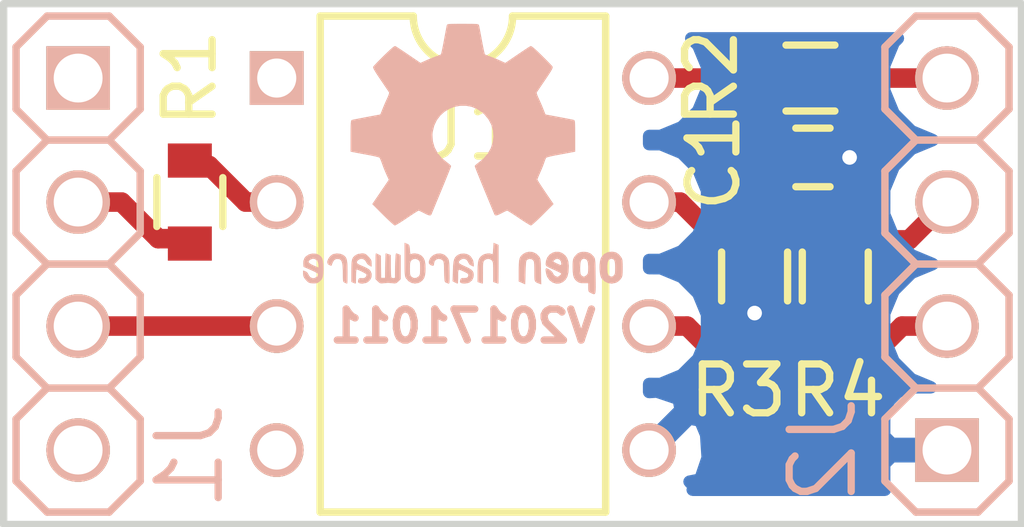
<source format=kicad_pcb>
(kicad_pcb (version 4) (host pcbnew 4.0.7-e2-6376~58~ubuntu17.04.1)

  (general
    (links 13)
    (no_connects 0)
    (area 133.60019 94.505714 161.184 112.162)
    (thickness 1.6)
    (drawings 5)
    (tracks 30)
    (zones 0)
    (modules 9)
    (nets 14)
  )

  (page A4)
  (layers
    (0 F.Cu signal)
    (31 B.Cu signal)
    (32 B.Adhes user)
    (33 F.Adhes user)
    (34 B.Paste user)
    (35 F.Paste user)
    (36 B.SilkS user)
    (37 F.SilkS user)
    (38 B.Mask user)
    (39 F.Mask user)
    (40 Dwgs.User user)
    (41 Cmts.User user)
    (42 Eco1.User user)
    (43 Eco2.User user)
    (44 Edge.Cuts user)
    (45 Margin user)
    (46 B.CrtYd user)
    (47 F.CrtYd user)
    (48 B.Fab user)
    (49 F.Fab user)
  )

  (setup
    (last_trace_width 0.4)
    (user_trace_width 0.3)
    (user_trace_width 0.4)
    (user_trace_width 0.6)
    (user_trace_width 0.8)
    (user_trace_width 1)
    (user_trace_width 1.5)
    (user_trace_width 2.1)
    (trace_clearance 0.2)
    (zone_clearance 0.508)
    (zone_45_only no)
    (trace_min 0.2)
    (segment_width 0.2)
    (edge_width 0.15)
    (via_size 0.6)
    (via_drill 0.4)
    (via_min_size 0.4)
    (via_min_drill 0.3)
    (user_via 0.5 0.3)
    (user_via 0.6 0.4)
    (user_via 0.8 0.6)
    (user_via 1 0.8)
    (user_via 1.2 1)
    (user_via 1.8 1.5)
    (user_via 2.4 2.1)
    (uvia_size 0.3)
    (uvia_drill 0.1)
    (uvias_allowed no)
    (uvia_min_size 0.2)
    (uvia_min_drill 0.1)
    (pcb_text_width 0.3)
    (pcb_text_size 1.5 1.5)
    (mod_edge_width 0.15)
    (mod_text_size 1 1)
    (mod_text_width 0.15)
    (pad_size 1.524 1.524)
    (pad_drill 0.762)
    (pad_to_mask_clearance 0.1)
    (aux_axis_origin 0 0)
    (visible_elements FFFFFF7F)
    (pcbplotparams
      (layerselection 0x00030_80000001)
      (usegerberextensions false)
      (excludeedgelayer true)
      (linewidth 0.100000)
      (plotframeref false)
      (viasonmask false)
      (mode 1)
      (useauxorigin false)
      (hpglpennumber 1)
      (hpglpenspeed 20)
      (hpglpendiameter 15)
      (hpglpenoverlay 2)
      (psnegative false)
      (psa4output false)
      (plotreference true)
      (plotvalue true)
      (plotinvisibletext false)
      (padsonsilk false)
      (subtractmaskfromsilk false)
      (outputformat 1)
      (mirror false)
      (drillshape 1)
      (scaleselection 1)
      (outputdirectory ""))
  )

  (net 0 "")
  (net 1 "Net-(C1-Pad1)")
  (net 2 GND)
  (net 3 "Net-(J1-Pad2)")
  (net 4 "Net-(J1-Pad3)")
  (net 5 "Net-(J2-Pad2)")
  (net 6 "Net-(J2-Pad3)")
  (net 7 VCC)
  (net 8 "Net-(R1-Pad1)")
  (net 9 "Net-(R3-Pad2)")
  (net 10 "Net-(J1-Pad1)")
  (net 11 "Net-(J1-Pad4)")
  (net 12 "Net-(U1-Pad1)")
  (net 13 "Net-(U1-Pad4)")

  (net_class Default "This is the default net class."
    (clearance 0.2)
    (trace_width 0.25)
    (via_dia 0.6)
    (via_drill 0.4)
    (uvia_dia 0.3)
    (uvia_drill 0.1)
    (add_net GND)
    (add_net "Net-(C1-Pad1)")
    (add_net "Net-(J1-Pad1)")
    (add_net "Net-(J1-Pad2)")
    (add_net "Net-(J1-Pad3)")
    (add_net "Net-(J1-Pad4)")
    (add_net "Net-(J2-Pad2)")
    (add_net "Net-(J2-Pad3)")
    (add_net "Net-(R1-Pad1)")
    (add_net "Net-(R3-Pad2)")
    (add_net "Net-(U1-Pad1)")
    (add_net "Net-(U1-Pad4)")
    (add_net VCC)
  )

  (module SquantorIC:DIL08_0.8 (layer F.Cu) (tedit 59D53D2A) (tstamp 5853CAE5)
    (at 147.574 106.68 270)
    (descr "DUAL IN LINE PACKAGE")
    (tags "DUAL IN LINE PACKAGE")
    (path /58530E4D)
    (attr virtual)
    (fp_text reference U1 (at -2.794 0 360) (layer F.SilkS)
      (effects (font (size 1.27 1.27) (thickness 0.15)))
    )
    (fp_text value 6N139 (at -8.89 -0.127 270) (layer F.Fab) hide
      (effects (font (size 1.27 1.27) (thickness 0.15)))
    )
    (fp_line (start 5.08 -2.921) (end -5.08 -2.921) (layer F.SilkS) (width 0.1524))
    (fp_line (start -5.08 2.921) (end 5.08 2.921) (layer F.SilkS) (width 0.1524))
    (fp_line (start 5.08 -2.921) (end 5.08 2.921) (layer F.SilkS) (width 0.1524))
    (fp_line (start -5.08 -2.921) (end -5.08 -1.016) (layer F.SilkS) (width 0.1524))
    (fp_line (start -5.08 2.921) (end -5.08 1.016) (layer F.SilkS) (width 0.1524))
    (fp_arc (start -5.08 0) (end -5.08 -1.016) (angle 180) (layer F.SilkS) (width 0.1524))
    (pad 1 thru_hole rect (at -3.81 3.81 90) (size 1.1 1.1) (drill 0.8) (layers *.Cu *.Paste *.SilkS *.Mask)
      (net 12 "Net-(U1-Pad1)"))
    (pad 2 thru_hole circle (at -1.27 3.81 90) (size 1.1 1.1) (drill 0.8) (layers *.Cu *.Paste *.SilkS *.Mask)
      (net 8 "Net-(R1-Pad1)"))
    (pad 3 thru_hole circle (at 1.27 3.81 90) (size 1.1 1.1) (drill 0.8) (layers *.Cu *.Paste *.SilkS *.Mask)
      (net 4 "Net-(J1-Pad3)"))
    (pad 4 thru_hole circle (at 3.81 3.81 90) (size 1.1 1.1) (drill 0.8) (layers *.Cu *.Paste *.SilkS *.Mask)
      (net 13 "Net-(U1-Pad4)"))
    (pad 5 thru_hole circle (at 3.81 -3.81 90) (size 1.1 1.1) (drill 0.8) (layers *.Cu *.Paste *.SilkS *.Mask)
      (net 2 GND))
    (pad 6 thru_hole circle (at 1.27 -3.81 90) (size 1.1 1.1) (drill 0.8) (layers *.Cu *.Paste *.SilkS *.Mask)
      (net 5 "Net-(J2-Pad2)"))
    (pad 7 thru_hole circle (at -1.27 -3.81 90) (size 1.1 1.1) (drill 0.8) (layers *.Cu *.Paste *.SilkS *.Mask)
      (net 9 "Net-(R3-Pad2)"))
    (pad 8 thru_hole circle (at -3.81 -3.81 90) (size 1.1 1.1) (drill 0.8) (layers *.Cu *.Paste *.SilkS *.Mask)
      (net 1 "Net-(C1-Pad1)"))
  )

  (module SquantorConnectors:Header-2.54-1X04-H1.0 locked (layer B.Cu) (tedit 59D53DE8) (tstamp 5853CABB)
    (at 157.48 106.68 90)
    (descr "PIN HEADER")
    (tags "PIN HEADER")
    (path /58531CAF)
    (attr virtual)
    (fp_text reference J2 (at -3.81 -2.54 270) (layer B.SilkS)
      (effects (font (size 1.27 1.27) (thickness 0.15)) (justify mirror))
    )
    (fp_text value PINS_1X4 (at 0 -2.413 90) (layer B.Fab) hide
      (effects (font (size 1.27 1.27) (thickness 0.15)) (justify mirror))
    )
    (fp_line (start 0 0.635) (end 0.635 1.27) (layer B.SilkS) (width 0.1524))
    (fp_line (start 0.635 1.27) (end 1.905 1.27) (layer B.SilkS) (width 0.1524))
    (fp_line (start 1.905 1.27) (end 2.54 0.635) (layer B.SilkS) (width 0.1524))
    (fp_line (start 2.54 0.635) (end 2.54 -0.635) (layer B.SilkS) (width 0.1524))
    (fp_line (start 2.54 -0.635) (end 1.905 -1.27) (layer B.SilkS) (width 0.1524))
    (fp_line (start 1.905 -1.27) (end 0.635 -1.27) (layer B.SilkS) (width 0.1524))
    (fp_line (start 0.635 -1.27) (end 0 -0.635) (layer B.SilkS) (width 0.1524))
    (fp_line (start -4.445 1.27) (end -3.175 1.27) (layer B.SilkS) (width 0.1524))
    (fp_line (start -3.175 1.27) (end -2.54 0.635) (layer B.SilkS) (width 0.1524))
    (fp_line (start -2.54 0.635) (end -2.54 -0.635) (layer B.SilkS) (width 0.1524))
    (fp_line (start -2.54 -0.635) (end -3.175 -1.27) (layer B.SilkS) (width 0.1524))
    (fp_line (start -2.54 0.635) (end -1.905 1.27) (layer B.SilkS) (width 0.1524))
    (fp_line (start -1.905 1.27) (end -0.635 1.27) (layer B.SilkS) (width 0.1524))
    (fp_line (start -0.635 1.27) (end 0 0.635) (layer B.SilkS) (width 0.1524))
    (fp_line (start 0 0.635) (end 0 -0.635) (layer B.SilkS) (width 0.1524))
    (fp_line (start 0 -0.635) (end -0.635 -1.27) (layer B.SilkS) (width 0.1524))
    (fp_line (start -0.635 -1.27) (end -1.905 -1.27) (layer B.SilkS) (width 0.1524))
    (fp_line (start -1.905 -1.27) (end -2.54 -0.635) (layer B.SilkS) (width 0.1524))
    (fp_line (start -5.08 0.635) (end -5.08 -0.635) (layer B.SilkS) (width 0.1524))
    (fp_line (start -4.445 1.27) (end -5.08 0.635) (layer B.SilkS) (width 0.1524))
    (fp_line (start -5.08 -0.635) (end -4.445 -1.27) (layer B.SilkS) (width 0.1524))
    (fp_line (start -3.175 -1.27) (end -4.445 -1.27) (layer B.SilkS) (width 0.1524))
    (fp_line (start 3.175 1.27) (end 4.445 1.27) (layer B.SilkS) (width 0.1524))
    (fp_line (start 4.445 1.27) (end 5.08 0.635) (layer B.SilkS) (width 0.1524))
    (fp_line (start 5.08 0.635) (end 5.08 -0.635) (layer B.SilkS) (width 0.1524))
    (fp_line (start 5.08 -0.635) (end 4.445 -1.27) (layer B.SilkS) (width 0.1524))
    (fp_line (start 3.175 1.27) (end 2.54 0.635) (layer B.SilkS) (width 0.1524))
    (fp_line (start 2.54 -0.635) (end 3.175 -1.27) (layer B.SilkS) (width 0.1524))
    (fp_line (start 4.445 -1.27) (end 3.175 -1.27) (layer B.SilkS) (width 0.1524))
    (pad 1 thru_hole rect (at -3.81 0 270) (size 1.3 1.3) (drill 1) (layers *.Cu *.Paste *.SilkS *.Mask)
      (net 2 GND))
    (pad 2 thru_hole circle (at -1.27 0 270) (size 1.3 1.3) (drill 1) (layers *.Cu *.Paste *.SilkS *.Mask)
      (net 5 "Net-(J2-Pad2)"))
    (pad 3 thru_hole circle (at 1.27 0 270) (size 1.3 1.3) (drill 1) (layers *.Cu *.Paste *.SilkS *.Mask)
      (net 6 "Net-(J2-Pad3)"))
    (pad 4 thru_hole circle (at 3.81 0 270) (size 1.3 1.3) (drill 1) (layers *.Cu *.Paste *.SilkS *.Mask)
      (net 7 VCC))
  )

  (module SquantorConnectors:Header-2.54-1X04-H1.0 locked (layer B.Cu) (tedit 59D53DEB) (tstamp 5853CA96)
    (at 139.7 106.68 270)
    (descr "PIN HEADER")
    (tags "PIN HEADER")
    (path /58530FED)
    (attr virtual)
    (fp_text reference J1 (at 3.937 -2.286 270) (layer B.SilkS)
      (effects (font (size 1.27 1.27) (thickness 0.15)) (justify mirror))
    )
    (fp_text value PINS_1X4 (at 0 -2.667 270) (layer B.Fab) hide
      (effects (font (size 1.27 1.27) (thickness 0.15)) (justify mirror))
    )
    (fp_line (start 0 0.635) (end 0.635 1.27) (layer B.SilkS) (width 0.1524))
    (fp_line (start 0.635 1.27) (end 1.905 1.27) (layer B.SilkS) (width 0.1524))
    (fp_line (start 1.905 1.27) (end 2.54 0.635) (layer B.SilkS) (width 0.1524))
    (fp_line (start 2.54 0.635) (end 2.54 -0.635) (layer B.SilkS) (width 0.1524))
    (fp_line (start 2.54 -0.635) (end 1.905 -1.27) (layer B.SilkS) (width 0.1524))
    (fp_line (start 1.905 -1.27) (end 0.635 -1.27) (layer B.SilkS) (width 0.1524))
    (fp_line (start 0.635 -1.27) (end 0 -0.635) (layer B.SilkS) (width 0.1524))
    (fp_line (start -4.445 1.27) (end -3.175 1.27) (layer B.SilkS) (width 0.1524))
    (fp_line (start -3.175 1.27) (end -2.54 0.635) (layer B.SilkS) (width 0.1524))
    (fp_line (start -2.54 0.635) (end -2.54 -0.635) (layer B.SilkS) (width 0.1524))
    (fp_line (start -2.54 -0.635) (end -3.175 -1.27) (layer B.SilkS) (width 0.1524))
    (fp_line (start -2.54 0.635) (end -1.905 1.27) (layer B.SilkS) (width 0.1524))
    (fp_line (start -1.905 1.27) (end -0.635 1.27) (layer B.SilkS) (width 0.1524))
    (fp_line (start -0.635 1.27) (end 0 0.635) (layer B.SilkS) (width 0.1524))
    (fp_line (start 0 0.635) (end 0 -0.635) (layer B.SilkS) (width 0.1524))
    (fp_line (start 0 -0.635) (end -0.635 -1.27) (layer B.SilkS) (width 0.1524))
    (fp_line (start -0.635 -1.27) (end -1.905 -1.27) (layer B.SilkS) (width 0.1524))
    (fp_line (start -1.905 -1.27) (end -2.54 -0.635) (layer B.SilkS) (width 0.1524))
    (fp_line (start -5.08 0.635) (end -5.08 -0.635) (layer B.SilkS) (width 0.1524))
    (fp_line (start -4.445 1.27) (end -5.08 0.635) (layer B.SilkS) (width 0.1524))
    (fp_line (start -5.08 -0.635) (end -4.445 -1.27) (layer B.SilkS) (width 0.1524))
    (fp_line (start -3.175 -1.27) (end -4.445 -1.27) (layer B.SilkS) (width 0.1524))
    (fp_line (start 3.175 1.27) (end 4.445 1.27) (layer B.SilkS) (width 0.1524))
    (fp_line (start 4.445 1.27) (end 5.08 0.635) (layer B.SilkS) (width 0.1524))
    (fp_line (start 5.08 0.635) (end 5.08 -0.635) (layer B.SilkS) (width 0.1524))
    (fp_line (start 5.08 -0.635) (end 4.445 -1.27) (layer B.SilkS) (width 0.1524))
    (fp_line (start 3.175 1.27) (end 2.54 0.635) (layer B.SilkS) (width 0.1524))
    (fp_line (start 2.54 -0.635) (end 3.175 -1.27) (layer B.SilkS) (width 0.1524))
    (fp_line (start 4.445 -1.27) (end 3.175 -1.27) (layer B.SilkS) (width 0.1524))
    (pad 1 thru_hole rect (at -3.81 0 90) (size 1.3 1.3) (drill 1) (layers *.Cu *.Paste *.SilkS *.Mask)
      (net 10 "Net-(J1-Pad1)"))
    (pad 2 thru_hole circle (at -1.27 0 90) (size 1.3 1.3) (drill 1) (layers *.Cu *.Paste *.SilkS *.Mask)
      (net 3 "Net-(J1-Pad2)"))
    (pad 3 thru_hole circle (at 1.27 0 90) (size 1.3 1.3) (drill 1) (layers *.Cu *.Paste *.SilkS *.Mask)
      (net 4 "Net-(J1-Pad3)"))
    (pad 4 thru_hole circle (at 3.81 0 90) (size 1.3 1.3) (drill 1) (layers *.Cu *.Paste *.SilkS *.Mask)
      (net 11 "Net-(J1-Pad4)"))
  )

  (module Capacitors_SMD:C_0603 (layer F.Cu) (tedit 59D53D26) (tstamp 5853CA71)
    (at 154.7368 104.4956)
    (descr "Capacitor SMD 0603, reflow soldering, AVX (see smccp.pdf)")
    (tags "capacitor 0603")
    (path /58531416)
    (attr smd)
    (fp_text reference C1 (at -2.032 0.1016 90) (layer F.SilkS)
      (effects (font (size 1 1) (thickness 0.15)))
    )
    (fp_text value 100n (at 0 -4.826) (layer F.Fab) hide
      (effects (font (size 1 1) (thickness 0.15)))
    )
    (fp_line (start -0.8 0.4) (end -0.8 -0.4) (layer F.Fab) (width 0.15))
    (fp_line (start 0.8 0.4) (end -0.8 0.4) (layer F.Fab) (width 0.15))
    (fp_line (start 0.8 -0.4) (end 0.8 0.4) (layer F.Fab) (width 0.15))
    (fp_line (start -0.8 -0.4) (end 0.8 -0.4) (layer F.Fab) (width 0.15))
    (fp_line (start -1.45 -0.75) (end 1.45 -0.75) (layer F.CrtYd) (width 0.05))
    (fp_line (start -1.45 0.75) (end 1.45 0.75) (layer F.CrtYd) (width 0.05))
    (fp_line (start -1.45 -0.75) (end -1.45 0.75) (layer F.CrtYd) (width 0.05))
    (fp_line (start 1.45 -0.75) (end 1.45 0.75) (layer F.CrtYd) (width 0.05))
    (fp_line (start -0.35 -0.6) (end 0.35 -0.6) (layer F.SilkS) (width 0.15))
    (fp_line (start 0.35 0.6) (end -0.35 0.6) (layer F.SilkS) (width 0.15))
    (pad 1 smd rect (at -0.75 0) (size 0.8 0.75) (layers F.Cu F.Paste F.Mask)
      (net 1 "Net-(C1-Pad1)"))
    (pad 2 smd rect (at 0.75 0) (size 0.8 0.75) (layers F.Cu F.Paste F.Mask)
      (net 2 GND))
    (model Capacitors_SMD.3dshapes/C_0603.wrl
      (at (xyz 0 0 0))
      (scale (xyz 1 1 1))
      (rotate (xyz 0 0 0))
    )
  )

  (module Symbols:OSHW-Logo2_7.3x6mm_SilkScreen (layer B.Cu) (tedit 0) (tstamp 58585D36)
    (at 147.574 104.521 180)
    (descr "Open Source Hardware Symbol")
    (tags "Logo Symbol OSHW")
    (attr virtual)
    (fp_text reference REF*** (at 0 0 180) (layer B.SilkS) hide
      (effects (font (size 1 1) (thickness 0.15)) (justify mirror))
    )
    (fp_text value OSHW-Logo2_9.8x8mm_SilkScreen (at 0.75 0 180) (layer B.Fab) hide
      (effects (font (size 1 1) (thickness 0.15)) (justify mirror))
    )
    (fp_poly (pts (xy -2.400256 -1.919918) (xy -2.344799 -1.947568) (xy -2.295852 -1.99848) (xy -2.282371 -2.017338)
      (xy -2.267686 -2.042015) (xy -2.258158 -2.068816) (xy -2.252707 -2.104587) (xy -2.250253 -2.156169)
      (xy -2.249714 -2.224267) (xy -2.252148 -2.317588) (xy -2.260606 -2.387657) (xy -2.276826 -2.439931)
      (xy -2.302546 -2.479869) (xy -2.339503 -2.512929) (xy -2.342218 -2.514886) (xy -2.37864 -2.534908)
      (xy -2.422498 -2.544815) (xy -2.478276 -2.547257) (xy -2.568952 -2.547257) (xy -2.56899 -2.635283)
      (xy -2.569834 -2.684308) (xy -2.574976 -2.713065) (xy -2.588413 -2.730311) (xy -2.614142 -2.744808)
      (xy -2.620321 -2.747769) (xy -2.649236 -2.761648) (xy -2.671624 -2.770414) (xy -2.688271 -2.771171)
      (xy -2.699964 -2.761023) (xy -2.70749 -2.737073) (xy -2.711634 -2.696426) (xy -2.713185 -2.636186)
      (xy -2.712929 -2.553455) (xy -2.711651 -2.445339) (xy -2.711252 -2.413) (xy -2.709815 -2.301524)
      (xy -2.708528 -2.228603) (xy -2.569029 -2.228603) (xy -2.568245 -2.290499) (xy -2.56476 -2.330997)
      (xy -2.556876 -2.357708) (xy -2.542895 -2.378244) (xy -2.533403 -2.38826) (xy -2.494596 -2.417567)
      (xy -2.460237 -2.419952) (xy -2.424784 -2.39575) (xy -2.423886 -2.394857) (xy -2.409461 -2.376153)
      (xy -2.400687 -2.350732) (xy -2.396261 -2.311584) (xy -2.394882 -2.251697) (xy -2.394857 -2.23843)
      (xy -2.398188 -2.155901) (xy -2.409031 -2.098691) (xy -2.42866 -2.063766) (xy -2.45835 -2.048094)
      (xy -2.475509 -2.046514) (xy -2.516234 -2.053926) (xy -2.544168 -2.07833) (xy -2.560983 -2.12298)
      (xy -2.56835 -2.19113) (xy -2.569029 -2.228603) (xy -2.708528 -2.228603) (xy -2.708292 -2.215245)
      (xy -2.706323 -2.150333) (xy -2.70355 -2.102958) (xy -2.699612 -2.06929) (xy -2.694151 -2.045498)
      (xy -2.686808 -2.027753) (xy -2.677223 -2.012224) (xy -2.673113 -2.006381) (xy -2.618595 -1.951185)
      (xy -2.549664 -1.91989) (xy -2.469928 -1.911165) (xy -2.400256 -1.919918)) (layer B.SilkS) (width 0.01))
    (fp_poly (pts (xy -1.283907 -1.92778) (xy -1.237328 -1.954723) (xy -1.204943 -1.981466) (xy -1.181258 -2.009484)
      (xy -1.164941 -2.043748) (xy -1.154661 -2.089227) (xy -1.149086 -2.150892) (xy -1.146884 -2.233711)
      (xy -1.146629 -2.293246) (xy -1.146629 -2.512391) (xy -1.208314 -2.540044) (xy -1.27 -2.567697)
      (xy -1.277257 -2.32767) (xy -1.280256 -2.238028) (xy -1.283402 -2.172962) (xy -1.287299 -2.128026)
      (xy -1.292553 -2.09877) (xy -1.299769 -2.080748) (xy -1.30955 -2.069511) (xy -1.312688 -2.067079)
      (xy -1.360239 -2.048083) (xy -1.408303 -2.0556) (xy -1.436914 -2.075543) (xy -1.448553 -2.089675)
      (xy -1.456609 -2.10822) (xy -1.461729 -2.136334) (xy -1.464559 -2.179173) (xy -1.465744 -2.241895)
      (xy -1.465943 -2.307261) (xy -1.465982 -2.389268) (xy -1.467386 -2.447316) (xy -1.472086 -2.486465)
      (xy -1.482013 -2.51178) (xy -1.499097 -2.528323) (xy -1.525268 -2.541156) (xy -1.560225 -2.554491)
      (xy -1.598404 -2.569007) (xy -1.593859 -2.311389) (xy -1.592029 -2.218519) (xy -1.589888 -2.149889)
      (xy -1.586819 -2.100711) (xy -1.582206 -2.066198) (xy -1.575432 -2.041562) (xy -1.565881 -2.022016)
      (xy -1.554366 -2.00477) (xy -1.49881 -1.94968) (xy -1.43102 -1.917822) (xy -1.357287 -1.910191)
      (xy -1.283907 -1.92778)) (layer B.SilkS) (width 0.01))
    (fp_poly (pts (xy -2.958885 -1.921962) (xy -2.890855 -1.957733) (xy -2.840649 -2.015301) (xy -2.822815 -2.052312)
      (xy -2.808937 -2.107882) (xy -2.801833 -2.178096) (xy -2.80116 -2.254727) (xy -2.806573 -2.329552)
      (xy -2.81773 -2.394342) (xy -2.834286 -2.440873) (xy -2.839374 -2.448887) (xy -2.899645 -2.508707)
      (xy -2.971231 -2.544535) (xy -3.048908 -2.55502) (xy -3.127452 -2.53881) (xy -3.149311 -2.529092)
      (xy -3.191878 -2.499143) (xy -3.229237 -2.459433) (xy -3.232768 -2.454397) (xy -3.247119 -2.430124)
      (xy -3.256606 -2.404178) (xy -3.26221 -2.370022) (xy -3.264914 -2.321119) (xy -3.265701 -2.250935)
      (xy -3.265714 -2.2352) (xy -3.265678 -2.230192) (xy -3.120571 -2.230192) (xy -3.119727 -2.29643)
      (xy -3.116404 -2.340386) (xy -3.109417 -2.368779) (xy -3.097584 -2.388325) (xy -3.091543 -2.394857)
      (xy -3.056814 -2.41968) (xy -3.023097 -2.418548) (xy -2.989005 -2.397016) (xy -2.968671 -2.374029)
      (xy -2.956629 -2.340478) (xy -2.949866 -2.287569) (xy -2.949402 -2.281399) (xy -2.948248 -2.185513)
      (xy -2.960312 -2.114299) (xy -2.98543 -2.068194) (xy -3.02344 -2.047635) (xy -3.037008 -2.046514)
      (xy -3.072636 -2.052152) (xy -3.097006 -2.071686) (xy -3.111907 -2.109042) (xy -3.119125 -2.16815)
      (xy -3.120571 -2.230192) (xy -3.265678 -2.230192) (xy -3.265174 -2.160413) (xy -3.262904 -2.108159)
      (xy -3.257932 -2.071949) (xy -3.249287 -2.045299) (xy -3.235995 -2.021722) (xy -3.233057 -2.017338)
      (xy -3.183687 -1.958249) (xy -3.129891 -1.923947) (xy -3.064398 -1.910331) (xy -3.042158 -1.909665)
      (xy -2.958885 -1.921962)) (layer B.SilkS) (width 0.01))
    (fp_poly (pts (xy -1.831697 -1.931239) (xy -1.774473 -1.969735) (xy -1.730251 -2.025335) (xy -1.703833 -2.096086)
      (xy -1.69849 -2.148162) (xy -1.699097 -2.169893) (xy -1.704178 -2.186531) (xy -1.718145 -2.201437)
      (xy -1.745411 -2.217973) (xy -1.790388 -2.239498) (xy -1.857489 -2.269374) (xy -1.857829 -2.269524)
      (xy -1.919593 -2.297813) (xy -1.970241 -2.322933) (xy -2.004596 -2.342179) (xy -2.017482 -2.352848)
      (xy -2.017486 -2.352934) (xy -2.006128 -2.376166) (xy -1.979569 -2.401774) (xy -1.949077 -2.420221)
      (xy -1.93363 -2.423886) (xy -1.891485 -2.411212) (xy -1.855192 -2.379471) (xy -1.837483 -2.344572)
      (xy -1.820448 -2.318845) (xy -1.787078 -2.289546) (xy -1.747851 -2.264235) (xy -1.713244 -2.250471)
      (xy -1.706007 -2.249714) (xy -1.697861 -2.26216) (xy -1.69737 -2.293972) (xy -1.703357 -2.336866)
      (xy -1.714643 -2.382558) (xy -1.73005 -2.422761) (xy -1.730829 -2.424322) (xy -1.777196 -2.489062)
      (xy -1.837289 -2.533097) (xy -1.905535 -2.554711) (xy -1.976362 -2.552185) (xy -2.044196 -2.523804)
      (xy -2.047212 -2.521808) (xy -2.100573 -2.473448) (xy -2.13566 -2.410352) (xy -2.155078 -2.327387)
      (xy -2.157684 -2.304078) (xy -2.162299 -2.194055) (xy -2.156767 -2.142748) (xy -2.017486 -2.142748)
      (xy -2.015676 -2.174753) (xy -2.005778 -2.184093) (xy -1.981102 -2.177105) (xy -1.942205 -2.160587)
      (xy -1.898725 -2.139881) (xy -1.897644 -2.139333) (xy -1.860791 -2.119949) (xy -1.846 -2.107013)
      (xy -1.849647 -2.093451) (xy -1.865005 -2.075632) (xy -1.904077 -2.049845) (xy -1.946154 -2.04795)
      (xy -1.983897 -2.066717) (xy -2.009966 -2.102915) (xy -2.017486 -2.142748) (xy -2.156767 -2.142748)
      (xy -2.152806 -2.106027) (xy -2.12845 -2.036212) (xy -2.094544 -1.987302) (xy -2.033347 -1.937878)
      (xy -1.965937 -1.913359) (xy -1.89712 -1.911797) (xy -1.831697 -1.931239)) (layer B.SilkS) (width 0.01))
    (fp_poly (pts (xy -0.624114 -1.851289) (xy -0.619861 -1.910613) (xy -0.614975 -1.945572) (xy -0.608205 -1.96082)
      (xy -0.598298 -1.961015) (xy -0.595086 -1.959195) (xy -0.552356 -1.946015) (xy -0.496773 -1.946785)
      (xy -0.440263 -1.960333) (xy -0.404918 -1.977861) (xy -0.368679 -2.005861) (xy -0.342187 -2.037549)
      (xy -0.324001 -2.077813) (xy -0.312678 -2.131543) (xy -0.306778 -2.203626) (xy -0.304857 -2.298951)
      (xy -0.304823 -2.317237) (xy -0.3048 -2.522646) (xy -0.350509 -2.53858) (xy -0.382973 -2.54942)
      (xy -0.400785 -2.554468) (xy -0.401309 -2.554514) (xy -0.403063 -2.540828) (xy -0.404556 -2.503076)
      (xy -0.405674 -2.446224) (xy -0.406303 -2.375234) (xy -0.4064 -2.332073) (xy -0.406602 -2.246973)
      (xy -0.407642 -2.185981) (xy -0.410169 -2.144177) (xy -0.414836 -2.116642) (xy -0.422293 -2.098456)
      (xy -0.433189 -2.084698) (xy -0.439993 -2.078073) (xy -0.486728 -2.051375) (xy -0.537728 -2.049375)
      (xy -0.583999 -2.071955) (xy -0.592556 -2.080107) (xy -0.605107 -2.095436) (xy -0.613812 -2.113618)
      (xy -0.619369 -2.139909) (xy -0.622474 -2.179562) (xy -0.623824 -2.237832) (xy -0.624114 -2.318173)
      (xy -0.624114 -2.522646) (xy -0.669823 -2.53858) (xy -0.702287 -2.54942) (xy -0.720099 -2.554468)
      (xy -0.720623 -2.554514) (xy -0.721963 -2.540623) (xy -0.723172 -2.501439) (xy -0.724199 -2.4407)
      (xy -0.724998 -2.362141) (xy -0.725519 -2.269498) (xy -0.725714 -2.166509) (xy -0.725714 -1.769342)
      (xy -0.678543 -1.749444) (xy -0.631371 -1.729547) (xy -0.624114 -1.851289)) (layer B.SilkS) (width 0.01))
    (fp_poly (pts (xy 0.039744 -1.950968) (xy 0.096616 -1.972087) (xy 0.097267 -1.972493) (xy 0.13244 -1.99838)
      (xy 0.158407 -2.028633) (xy 0.17667 -2.068058) (xy 0.188732 -2.121462) (xy 0.196096 -2.193651)
      (xy 0.200264 -2.289432) (xy 0.200629 -2.303078) (xy 0.205876 -2.508842) (xy 0.161716 -2.531678)
      (xy 0.129763 -2.54711) (xy 0.11047 -2.554423) (xy 0.109578 -2.554514) (xy 0.106239 -2.541022)
      (xy 0.103587 -2.504626) (xy 0.101956 -2.451452) (xy 0.1016 -2.408393) (xy 0.101592 -2.338641)
      (xy 0.098403 -2.294837) (xy 0.087288 -2.273944) (xy 0.063501 -2.272925) (xy 0.022296 -2.288741)
      (xy -0.039914 -2.317815) (xy -0.085659 -2.341963) (xy -0.109187 -2.362913) (xy -0.116104 -2.385747)
      (xy -0.116114 -2.386877) (xy -0.104701 -2.426212) (xy -0.070908 -2.447462) (xy -0.019191 -2.450539)
      (xy 0.018061 -2.450006) (xy 0.037703 -2.460735) (xy 0.049952 -2.486505) (xy 0.057002 -2.519337)
      (xy 0.046842 -2.537966) (xy 0.043017 -2.540632) (xy 0.007001 -2.55134) (xy -0.043434 -2.552856)
      (xy -0.095374 -2.545759) (xy -0.132178 -2.532788) (xy -0.183062 -2.489585) (xy -0.211986 -2.429446)
      (xy -0.217714 -2.382462) (xy -0.213343 -2.340082) (xy -0.197525 -2.305488) (xy -0.166203 -2.274763)
      (xy -0.115322 -2.24399) (xy -0.040824 -2.209252) (xy -0.036286 -2.207288) (xy 0.030821 -2.176287)
      (xy 0.072232 -2.150862) (xy 0.089981 -2.128014) (xy 0.086107 -2.104745) (xy 0.062643 -2.078056)
      (xy 0.055627 -2.071914) (xy 0.00863 -2.0481) (xy -0.040067 -2.049103) (xy -0.082478 -2.072451)
      (xy -0.110616 -2.115675) (xy -0.113231 -2.12416) (xy -0.138692 -2.165308) (xy -0.170999 -2.185128)
      (xy -0.217714 -2.20477) (xy -0.217714 -2.15395) (xy -0.203504 -2.080082) (xy -0.161325 -2.012327)
      (xy -0.139376 -1.989661) (xy -0.089483 -1.960569) (xy -0.026033 -1.9474) (xy 0.039744 -1.950968)) (layer B.SilkS) (width 0.01))
    (fp_poly (pts (xy 0.529926 -1.949755) (xy 0.595858 -1.974084) (xy 0.649273 -2.017117) (xy 0.670164 -2.047409)
      (xy 0.692939 -2.102994) (xy 0.692466 -2.143186) (xy 0.668562 -2.170217) (xy 0.659717 -2.174813)
      (xy 0.62153 -2.189144) (xy 0.602028 -2.185472) (xy 0.595422 -2.161407) (xy 0.595086 -2.148114)
      (xy 0.582992 -2.09921) (xy 0.551471 -2.064999) (xy 0.507659 -2.048476) (xy 0.458695 -2.052634)
      (xy 0.418894 -2.074227) (xy 0.40545 -2.086544) (xy 0.395921 -2.101487) (xy 0.389485 -2.124075)
      (xy 0.385317 -2.159328) (xy 0.382597 -2.212266) (xy 0.380502 -2.287907) (xy 0.37996 -2.311857)
      (xy 0.377981 -2.39379) (xy 0.375731 -2.451455) (xy 0.372357 -2.489608) (xy 0.367006 -2.513004)
      (xy 0.358824 -2.526398) (xy 0.346959 -2.534545) (xy 0.339362 -2.538144) (xy 0.307102 -2.550452)
      (xy 0.288111 -2.554514) (xy 0.281836 -2.540948) (xy 0.278006 -2.499934) (xy 0.2766 -2.430999)
      (xy 0.277598 -2.333669) (xy 0.277908 -2.318657) (xy 0.280101 -2.229859) (xy 0.282693 -2.165019)
      (xy 0.286382 -2.119067) (xy 0.291864 -2.086935) (xy 0.299835 -2.063553) (xy 0.310993 -2.043852)
      (xy 0.31683 -2.03541) (xy 0.350296 -1.998057) (xy 0.387727 -1.969003) (xy 0.392309 -1.966467)
      (xy 0.459426 -1.946443) (xy 0.529926 -1.949755)) (layer B.SilkS) (width 0.01))
    (fp_poly (pts (xy 1.190117 -2.065358) (xy 1.189933 -2.173837) (xy 1.189219 -2.257287) (xy 1.187675 -2.319704)
      (xy 1.185001 -2.365085) (xy 1.180894 -2.397429) (xy 1.175055 -2.420733) (xy 1.167182 -2.438995)
      (xy 1.161221 -2.449418) (xy 1.111855 -2.505945) (xy 1.049264 -2.541377) (xy 0.980013 -2.55409)
      (xy 0.910668 -2.542463) (xy 0.869375 -2.521568) (xy 0.826025 -2.485422) (xy 0.796481 -2.441276)
      (xy 0.778655 -2.383462) (xy 0.770463 -2.306313) (xy 0.769302 -2.249714) (xy 0.769458 -2.245647)
      (xy 0.870857 -2.245647) (xy 0.871476 -2.31055) (xy 0.874314 -2.353514) (xy 0.88084 -2.381622)
      (xy 0.892523 -2.401953) (xy 0.906483 -2.417288) (xy 0.953365 -2.44689) (xy 1.003701 -2.449419)
      (xy 1.051276 -2.424705) (xy 1.054979 -2.421356) (xy 1.070783 -2.403935) (xy 1.080693 -2.383209)
      (xy 1.086058 -2.352362) (xy 1.088228 -2.304577) (xy 1.088571 -2.251748) (xy 1.087827 -2.185381)
      (xy 1.084748 -2.141106) (xy 1.078061 -2.112009) (xy 1.066496 -2.091173) (xy 1.057013 -2.080107)
      (xy 1.01296 -2.052198) (xy 0.962224 -2.048843) (xy 0.913796 -2.070159) (xy 0.90445 -2.078073)
      (xy 0.88854 -2.095647) (xy 0.87861 -2.116587) (xy 0.873278 -2.147782) (xy 0.871163 -2.196122)
      (xy 0.870857 -2.245647) (xy 0.769458 -2.245647) (xy 0.77281 -2.158568) (xy 0.784726 -2.090086)
      (xy 0.807135 -2.0386) (xy 0.842124 -1.998443) (xy 0.869375 -1.977861) (xy 0.918907 -1.955625)
      (xy 0.976316 -1.945304) (xy 1.029682 -1.948067) (xy 1.059543 -1.959212) (xy 1.071261 -1.962383)
      (xy 1.079037 -1.950557) (xy 1.084465 -1.918866) (xy 1.088571 -1.870593) (xy 1.093067 -1.816829)
      (xy 1.099313 -1.784482) (xy 1.110676 -1.765985) (xy 1.130528 -1.75377) (xy 1.143 -1.748362)
      (xy 1.190171 -1.728601) (xy 1.190117 -2.065358)) (layer B.SilkS) (width 0.01))
    (fp_poly (pts (xy 1.779833 -1.958663) (xy 1.782048 -1.99685) (xy 1.783784 -2.054886) (xy 1.784899 -2.12818)
      (xy 1.785257 -2.205055) (xy 1.785257 -2.465196) (xy 1.739326 -2.511127) (xy 1.707675 -2.539429)
      (xy 1.67989 -2.550893) (xy 1.641915 -2.550168) (xy 1.62684 -2.548321) (xy 1.579726 -2.542948)
      (xy 1.540756 -2.539869) (xy 1.531257 -2.539585) (xy 1.499233 -2.541445) (xy 1.453432 -2.546114)
      (xy 1.435674 -2.548321) (xy 1.392057 -2.551735) (xy 1.362745 -2.54432) (xy 1.33368 -2.521427)
      (xy 1.323188 -2.511127) (xy 1.277257 -2.465196) (xy 1.277257 -1.978602) (xy 1.314226 -1.961758)
      (xy 1.346059 -1.949282) (xy 1.364683 -1.944914) (xy 1.369458 -1.958718) (xy 1.373921 -1.997286)
      (xy 1.377775 -2.056356) (xy 1.380722 -2.131663) (xy 1.382143 -2.195286) (xy 1.386114 -2.445657)
      (xy 1.420759 -2.450556) (xy 1.452268 -2.447131) (xy 1.467708 -2.436041) (xy 1.472023 -2.415308)
      (xy 1.475708 -2.371145) (xy 1.478469 -2.309146) (xy 1.480012 -2.234909) (xy 1.480235 -2.196706)
      (xy 1.480457 -1.976783) (xy 1.526166 -1.960849) (xy 1.558518 -1.950015) (xy 1.576115 -1.944962)
      (xy 1.576623 -1.944914) (xy 1.578388 -1.958648) (xy 1.580329 -1.99673) (xy 1.582282 -2.054482)
      (xy 1.584084 -2.127227) (xy 1.585343 -2.195286) (xy 1.589314 -2.445657) (xy 1.6764 -2.445657)
      (xy 1.680396 -2.21724) (xy 1.684392 -1.988822) (xy 1.726847 -1.966868) (xy 1.758192 -1.951793)
      (xy 1.776744 -1.944951) (xy 1.777279 -1.944914) (xy 1.779833 -1.958663)) (layer B.SilkS) (width 0.01))
    (fp_poly (pts (xy 2.144876 -1.956335) (xy 2.186667 -1.975344) (xy 2.219469 -1.998378) (xy 2.243503 -2.024133)
      (xy 2.260097 -2.057358) (xy 2.270577 -2.1028) (xy 2.276271 -2.165207) (xy 2.278507 -2.249327)
      (xy 2.278743 -2.304721) (xy 2.278743 -2.520826) (xy 2.241774 -2.53767) (xy 2.212656 -2.549981)
      (xy 2.198231 -2.554514) (xy 2.195472 -2.541025) (xy 2.193282 -2.504653) (xy 2.191942 -2.451542)
      (xy 2.191657 -2.409372) (xy 2.190434 -2.348447) (xy 2.187136 -2.300115) (xy 2.182321 -2.270518)
      (xy 2.178496 -2.264229) (xy 2.152783 -2.270652) (xy 2.112418 -2.287125) (xy 2.065679 -2.309458)
      (xy 2.020845 -2.333457) (xy 1.986193 -2.35493) (xy 1.970002 -2.369685) (xy 1.969938 -2.369845)
      (xy 1.97133 -2.397152) (xy 1.983818 -2.423219) (xy 2.005743 -2.444392) (xy 2.037743 -2.451474)
      (xy 2.065092 -2.450649) (xy 2.103826 -2.450042) (xy 2.124158 -2.459116) (xy 2.136369 -2.483092)
      (xy 2.137909 -2.487613) (xy 2.143203 -2.521806) (xy 2.129047 -2.542568) (xy 2.092148 -2.552462)
      (xy 2.052289 -2.554292) (xy 1.980562 -2.540727) (xy 1.943432 -2.521355) (xy 1.897576 -2.475845)
      (xy 1.873256 -2.419983) (xy 1.871073 -2.360957) (xy 1.891629 -2.305953) (xy 1.922549 -2.271486)
      (xy 1.95342 -2.252189) (xy 2.001942 -2.227759) (xy 2.058485 -2.202985) (xy 2.06791 -2.199199)
      (xy 2.130019 -2.171791) (xy 2.165822 -2.147634) (xy 2.177337 -2.123619) (xy 2.16658 -2.096635)
      (xy 2.148114 -2.075543) (xy 2.104469 -2.049572) (xy 2.056446 -2.047624) (xy 2.012406 -2.067637)
      (xy 1.980709 -2.107551) (xy 1.976549 -2.117848) (xy 1.952327 -2.155724) (xy 1.916965 -2.183842)
      (xy 1.872343 -2.206917) (xy 1.872343 -2.141485) (xy 1.874969 -2.101506) (xy 1.88623 -2.069997)
      (xy 1.911199 -2.036378) (xy 1.935169 -2.010484) (xy 1.972441 -1.973817) (xy 2.001401 -1.954121)
      (xy 2.032505 -1.94622) (xy 2.067713 -1.944914) (xy 2.144876 -1.956335)) (layer B.SilkS) (width 0.01))
    (fp_poly (pts (xy 2.6526 -1.958752) (xy 2.669948 -1.966334) (xy 2.711356 -1.999128) (xy 2.746765 -2.046547)
      (xy 2.768664 -2.097151) (xy 2.772229 -2.122098) (xy 2.760279 -2.156927) (xy 2.734067 -2.175357)
      (xy 2.705964 -2.186516) (xy 2.693095 -2.188572) (xy 2.686829 -2.173649) (xy 2.674456 -2.141175)
      (xy 2.669028 -2.126502) (xy 2.63859 -2.075744) (xy 2.59452 -2.050427) (xy 2.53801 -2.051206)
      (xy 2.533825 -2.052203) (xy 2.503655 -2.066507) (xy 2.481476 -2.094393) (xy 2.466327 -2.139287)
      (xy 2.45725 -2.204615) (xy 2.453286 -2.293804) (xy 2.452914 -2.341261) (xy 2.45273 -2.416071)
      (xy 2.451522 -2.467069) (xy 2.448309 -2.499471) (xy 2.442109 -2.518495) (xy 2.43194 -2.529356)
      (xy 2.416819 -2.537272) (xy 2.415946 -2.53767) (xy 2.386828 -2.549981) (xy 2.372403 -2.554514)
      (xy 2.370186 -2.540809) (xy 2.368289 -2.502925) (xy 2.366847 -2.445715) (xy 2.365998 -2.374027)
      (xy 2.365829 -2.321565) (xy 2.366692 -2.220047) (xy 2.37007 -2.143032) (xy 2.377142 -2.086023)
      (xy 2.389088 -2.044526) (xy 2.40709 -2.014043) (xy 2.432327 -1.99008) (xy 2.457247 -1.973355)
      (xy 2.517171 -1.951097) (xy 2.586911 -1.946076) (xy 2.6526 -1.958752)) (layer B.SilkS) (width 0.01))
    (fp_poly (pts (xy 3.153595 -1.966966) (xy 3.211021 -2.004497) (xy 3.238719 -2.038096) (xy 3.260662 -2.099064)
      (xy 3.262405 -2.147308) (xy 3.258457 -2.211816) (xy 3.109686 -2.276934) (xy 3.037349 -2.310202)
      (xy 2.990084 -2.336964) (xy 2.965507 -2.360144) (xy 2.961237 -2.382667) (xy 2.974889 -2.407455)
      (xy 2.989943 -2.423886) (xy 3.033746 -2.450235) (xy 3.081389 -2.452081) (xy 3.125145 -2.431546)
      (xy 3.157289 -2.390752) (xy 3.163038 -2.376347) (xy 3.190576 -2.331356) (xy 3.222258 -2.312182)
      (xy 3.265714 -2.295779) (xy 3.265714 -2.357966) (xy 3.261872 -2.400283) (xy 3.246823 -2.435969)
      (xy 3.21528 -2.476943) (xy 3.210592 -2.482267) (xy 3.175506 -2.51872) (xy 3.145347 -2.538283)
      (xy 3.107615 -2.547283) (xy 3.076335 -2.55023) (xy 3.020385 -2.550965) (xy 2.980555 -2.54166)
      (xy 2.955708 -2.527846) (xy 2.916656 -2.497467) (xy 2.889625 -2.464613) (xy 2.872517 -2.423294)
      (xy 2.863238 -2.367521) (xy 2.859693 -2.291305) (xy 2.85941 -2.252622) (xy 2.860372 -2.206247)
      (xy 2.948007 -2.206247) (xy 2.949023 -2.231126) (xy 2.951556 -2.2352) (xy 2.968274 -2.229665)
      (xy 3.004249 -2.215017) (xy 3.052331 -2.19419) (xy 3.062386 -2.189714) (xy 3.123152 -2.158814)
      (xy 3.156632 -2.131657) (xy 3.16399 -2.10622) (xy 3.146391 -2.080481) (xy 3.131856 -2.069109)
      (xy 3.07941 -2.046364) (xy 3.030322 -2.050122) (xy 2.989227 -2.077884) (xy 2.960758 -2.127152)
      (xy 2.951631 -2.166257) (xy 2.948007 -2.206247) (xy 2.860372 -2.206247) (xy 2.861285 -2.162249)
      (xy 2.868196 -2.095384) (xy 2.881884 -2.046695) (xy 2.904096 -2.010849) (xy 2.936574 -1.982513)
      (xy 2.950733 -1.973355) (xy 3.015053 -1.949507) (xy 3.085473 -1.948006) (xy 3.153595 -1.966966)) (layer B.SilkS) (width 0.01))
    (fp_poly (pts (xy 0.10391 2.757652) (xy 0.182454 2.757222) (xy 0.239298 2.756058) (xy 0.278105 2.753793)
      (xy 0.302538 2.75006) (xy 0.316262 2.744494) (xy 0.32294 2.736727) (xy 0.326236 2.726395)
      (xy 0.326556 2.725057) (xy 0.331562 2.700921) (xy 0.340829 2.653299) (xy 0.353392 2.587259)
      (xy 0.368287 2.507872) (xy 0.384551 2.420204) (xy 0.385119 2.417125) (xy 0.40141 2.331211)
      (xy 0.416652 2.255304) (xy 0.429861 2.193955) (xy 0.440054 2.151718) (xy 0.446248 2.133145)
      (xy 0.446543 2.132816) (xy 0.464788 2.123747) (xy 0.502405 2.108633) (xy 0.551271 2.090738)
      (xy 0.551543 2.090642) (xy 0.613093 2.067507) (xy 0.685657 2.038035) (xy 0.754057 2.008403)
      (xy 0.757294 2.006938) (xy 0.868702 1.956374) (xy 1.115399 2.12484) (xy 1.191077 2.176197)
      (xy 1.259631 2.222111) (xy 1.317088 2.25997) (xy 1.359476 2.287163) (xy 1.382825 2.301079)
      (xy 1.385042 2.302111) (xy 1.40201 2.297516) (xy 1.433701 2.275345) (xy 1.481352 2.234553)
      (xy 1.546198 2.174095) (xy 1.612397 2.109773) (xy 1.676214 2.046388) (xy 1.733329 1.988549)
      (xy 1.780305 1.939825) (xy 1.813703 1.90379) (xy 1.830085 1.884016) (xy 1.830694 1.882998)
      (xy 1.832505 1.869428) (xy 1.825683 1.847267) (xy 1.80854 1.813522) (xy 1.779393 1.7652)
      (xy 1.736555 1.699308) (xy 1.679448 1.614483) (xy 1.628766 1.539823) (xy 1.583461 1.47286)
      (xy 1.54615 1.417484) (xy 1.519452 1.37758) (xy 1.505985 1.357038) (xy 1.505137 1.355644)
      (xy 1.506781 1.335962) (xy 1.519245 1.297707) (xy 1.540048 1.248111) (xy 1.547462 1.232272)
      (xy 1.579814 1.16171) (xy 1.614328 1.081647) (xy 1.642365 1.012371) (xy 1.662568 0.960955)
      (xy 1.678615 0.921881) (xy 1.687888 0.901459) (xy 1.689041 0.899886) (xy 1.706096 0.897279)
      (xy 1.746298 0.890137) (xy 1.804302 0.879477) (xy 1.874763 0.866315) (xy 1.952335 0.851667)
      (xy 2.031672 0.836551) (xy 2.107431 0.821982) (xy 2.174264 0.808978) (xy 2.226828 0.798555)
      (xy 2.259776 0.79173) (xy 2.267857 0.789801) (xy 2.276205 0.785038) (xy 2.282506 0.774282)
      (xy 2.287045 0.753902) (xy 2.290104 0.720266) (xy 2.291967 0.669745) (xy 2.292918 0.598708)
      (xy 2.29324 0.503524) (xy 2.293257 0.464508) (xy 2.293257 0.147201) (xy 2.217057 0.132161)
      (xy 2.174663 0.124005) (xy 2.1114 0.112101) (xy 2.034962 0.097884) (xy 1.953043 0.08279)
      (xy 1.9304 0.078645) (xy 1.854806 0.063947) (xy 1.788953 0.049495) (xy 1.738366 0.036625)
      (xy 1.708574 0.026678) (xy 1.703612 0.023713) (xy 1.691426 0.002717) (xy 1.673953 -0.037967)
      (xy 1.654577 -0.090322) (xy 1.650734 -0.1016) (xy 1.625339 -0.171523) (xy 1.593817 -0.250418)
      (xy 1.562969 -0.321266) (xy 1.562817 -0.321595) (xy 1.511447 -0.432733) (xy 1.680399 -0.681253)
      (xy 1.849352 -0.929772) (xy 1.632429 -1.147058) (xy 1.566819 -1.211726) (xy 1.506979 -1.268733)
      (xy 1.456267 -1.315033) (xy 1.418046 -1.347584) (xy 1.395675 -1.363343) (xy 1.392466 -1.364343)
      (xy 1.373626 -1.356469) (xy 1.33518 -1.334578) (xy 1.28133 -1.301267) (xy 1.216276 -1.259131)
      (xy 1.14594 -1.211943) (xy 1.074555 -1.16381) (xy 1.010908 -1.121928) (xy 0.959041 -1.088871)
      (xy 0.922995 -1.067218) (xy 0.906867 -1.059543) (xy 0.887189 -1.066037) (xy 0.849875 -1.08315)
      (xy 0.802621 -1.107326) (xy 0.797612 -1.110013) (xy 0.733977 -1.141927) (xy 0.690341 -1.157579)
      (xy 0.663202 -1.157745) (xy 0.649057 -1.143204) (xy 0.648975 -1.143) (xy 0.641905 -1.125779)
      (xy 0.625042 -1.084899) (xy 0.599695 -1.023525) (xy 0.567171 -0.944819) (xy 0.528778 -0.851947)
      (xy 0.485822 -0.748072) (xy 0.444222 -0.647502) (xy 0.398504 -0.536516) (xy 0.356526 -0.433703)
      (xy 0.319548 -0.342215) (xy 0.288827 -0.265201) (xy 0.265622 -0.205815) (xy 0.25119 -0.167209)
      (xy 0.246743 -0.1528) (xy 0.257896 -0.136272) (xy 0.287069 -0.10993) (xy 0.325971 -0.080887)
      (xy 0.436757 0.010961) (xy 0.523351 0.116241) (xy 0.584716 0.232734) (xy 0.619815 0.358224)
      (xy 0.627608 0.490493) (xy 0.621943 0.551543) (xy 0.591078 0.678205) (xy 0.53792 0.790059)
      (xy 0.465767 0.885999) (xy 0.377917 0.964924) (xy 0.277665 1.02573) (xy 0.16831 1.067313)
      (xy 0.053147 1.088572) (xy -0.064525 1.088401) (xy -0.18141 1.065699) (xy -0.294211 1.019362)
      (xy -0.399631 0.948287) (xy -0.443632 0.908089) (xy -0.528021 0.804871) (xy -0.586778 0.692075)
      (xy -0.620296 0.57299) (xy -0.628965 0.450905) (xy -0.613177 0.329107) (xy -0.573322 0.210884)
      (xy -0.509793 0.099525) (xy -0.422979 -0.001684) (xy -0.325971 -0.080887) (xy -0.285563 -0.111162)
      (xy -0.257018 -0.137219) (xy -0.246743 -0.152825) (xy -0.252123 -0.169843) (xy -0.267425 -0.2105)
      (xy -0.291388 -0.271642) (xy -0.322756 -0.350119) (xy -0.360268 -0.44278) (xy -0.402667 -0.546472)
      (xy -0.444337 -0.647526) (xy -0.49031 -0.758607) (xy -0.532893 -0.861541) (xy -0.570779 -0.953165)
      (xy -0.60266 -1.030316) (xy -0.627229 -1.089831) (xy -0.64318 -1.128544) (xy -0.64909 -1.143)
      (xy -0.663052 -1.157685) (xy -0.69006 -1.157642) (xy -0.733587 -1.142099) (xy -0.79711 -1.110284)
      (xy -0.797612 -1.110013) (xy -0.84544 -1.085323) (xy -0.884103 -1.067338) (xy -0.905905 -1.059614)
      (xy -0.906867 -1.059543) (xy -0.923279 -1.067378) (xy -0.959513 -1.089165) (xy -1.011526 -1.122328)
      (xy -1.075275 -1.164291) (xy -1.14594 -1.211943) (xy -1.217884 -1.260191) (xy -1.282726 -1.302151)
      (xy -1.336265 -1.335227) (xy -1.374303 -1.356821) (xy -1.392467 -1.364343) (xy -1.409192 -1.354457)
      (xy -1.44282 -1.326826) (xy -1.48999 -1.284495) (xy -1.547342 -1.230505) (xy -1.611516 -1.167899)
      (xy -1.632503 -1.146983) (xy -1.849501 -0.929623) (xy -1.684332 -0.68722) (xy -1.634136 -0.612781)
      (xy -1.590081 -0.545972) (xy -1.554638 -0.490665) (xy -1.530281 -0.450729) (xy -1.519478 -0.430036)
      (xy -1.519162 -0.428563) (xy -1.524857 -0.409058) (xy -1.540174 -0.369822) (xy -1.562463 -0.31743)
      (xy -1.578107 -0.282355) (xy -1.607359 -0.215201) (xy -1.634906 -0.147358) (xy -1.656263 -0.090034)
      (xy -1.662065 -0.072572) (xy -1.678548 -0.025938) (xy -1.69466 0.010095) (xy -1.70351 0.023713)
      (xy -1.72304 0.032048) (xy -1.765666 0.043863) (xy -1.825855 0.057819) (xy -1.898078 0.072578)
      (xy -1.9304 0.078645) (xy -2.012478 0.093727) (xy -2.091205 0.108331) (xy -2.158891 0.12102)
      (xy -2.20784 0.130358) (xy -2.217057 0.132161) (xy -2.293257 0.147201) (xy -2.293257 0.464508)
      (xy -2.293086 0.568846) (xy -2.292384 0.647787) (xy -2.290866 0.704962) (xy -2.288251 0.744001)
      (xy -2.284254 0.768535) (xy -2.278591 0.782195) (xy -2.27098 0.788611) (xy -2.267857 0.789801)
      (xy -2.249022 0.79402) (xy -2.207412 0.802438) (xy -2.14837 0.814039) (xy -2.077243 0.827805)
      (xy -1.999375 0.84272) (xy -1.920113 0.857768) (xy -1.844802 0.871931) (xy -1.778787 0.884194)
      (xy -1.727413 0.893539) (xy -1.696025 0.89895) (xy -1.689041 0.899886) (xy -1.682715 0.912404)
      (xy -1.66871 0.945754) (xy -1.649645 0.993623) (xy -1.642366 1.012371) (xy -1.613004 1.084805)
      (xy -1.578429 1.16483) (xy -1.547463 1.232272) (xy -1.524677 1.283841) (xy -1.509518 1.326215)
      (xy -1.504458 1.352166) (xy -1.505264 1.355644) (xy -1.515959 1.372064) (xy -1.54038 1.408583)
      (xy -1.575905 1.461313) (xy -1.619913 1.526365) (xy -1.669783 1.599849) (xy -1.679644 1.614355)
      (xy -1.737508 1.700296) (xy -1.780044 1.765739) (xy -1.808946 1.813696) (xy -1.82591 1.84718)
      (xy -1.832633 1.869205) (xy -1.83081 1.882783) (xy -1.830764 1.882869) (xy -1.816414 1.900703)
      (xy -1.784677 1.935183) (xy -1.73899 1.982732) (xy -1.682796 2.039778) (xy -1.619532 2.102745)
      (xy -1.612398 2.109773) (xy -1.53267 2.18698) (xy -1.471143 2.24367) (xy -1.426579 2.28089)
      (xy -1.397743 2.299685) (xy -1.385042 2.302111) (xy -1.366506 2.291529) (xy -1.328039 2.267084)
      (xy -1.273614 2.231388) (xy -1.207202 2.187053) (xy -1.132775 2.136689) (xy -1.115399 2.12484)
      (xy -0.868703 1.956374) (xy -0.757294 2.006938) (xy -0.689543 2.036405) (xy -0.616817 2.066041)
      (xy -0.554297 2.08967) (xy -0.551543 2.090642) (xy -0.50264 2.108543) (xy -0.464943 2.12368)
      (xy -0.446575 2.13279) (xy -0.446544 2.132816) (xy -0.440715 2.149283) (xy -0.430808 2.189781)
      (xy -0.417805 2.249758) (xy -0.402691 2.32466) (xy -0.386448 2.409936) (xy -0.385119 2.417125)
      (xy -0.368825 2.504986) (xy -0.353867 2.58474) (xy -0.341209 2.651319) (xy -0.331814 2.699653)
      (xy -0.326646 2.724675) (xy -0.326556 2.725057) (xy -0.323411 2.735701) (xy -0.317296 2.743738)
      (xy -0.304547 2.749533) (xy -0.2815 2.753453) (xy -0.244491 2.755865) (xy -0.189856 2.757135)
      (xy -0.113933 2.757629) (xy -0.013056 2.757714) (xy 0 2.757714) (xy 0.10391 2.757652)) (layer B.SilkS) (width 0.01))
  )

  (module SquantorRcl:R_0603_hand (layer F.Cu) (tedit 59D53D0A) (tstamp 59DA7335)
    (at 141.986 105.41 270)
    (descr "Resistor SMD 0603, reflow soldering, Vishay (see dcrcw.pdf)")
    (tags "resistor 0603")
    (path /585310ED)
    (attr smd)
    (fp_text reference R1 (at -2.54 0 270) (layer F.SilkS)
      (effects (font (size 1 1) (thickness 0.15)))
    )
    (fp_text value Sel (at 0 1.9 270) (layer F.Fab) hide
      (effects (font (size 1 1) (thickness 0.15)))
    )
    (fp_line (start -0.8 0.4) (end -0.8 -0.4) (layer F.Fab) (width 0.1))
    (fp_line (start 0.8 0.4) (end -0.8 0.4) (layer F.Fab) (width 0.1))
    (fp_line (start 0.8 -0.4) (end 0.8 0.4) (layer F.Fab) (width 0.1))
    (fp_line (start -0.8 -0.4) (end 0.8 -0.4) (layer F.Fab) (width 0.1))
    (fp_line (start -1.5 -0.8) (end 1.5 -0.8) (layer F.CrtYd) (width 0.05))
    (fp_line (start -1.5 0.8) (end 1.5 0.8) (layer F.CrtYd) (width 0.05))
    (fp_line (start -1.5 -0.8) (end -1.5 0.8) (layer F.CrtYd) (width 0.05))
    (fp_line (start 1.5 -0.8) (end 1.5 0.8) (layer F.CrtYd) (width 0.05))
    (fp_line (start 0.5 0.675) (end -0.5 0.675) (layer F.SilkS) (width 0.15))
    (fp_line (start -0.5 -0.675) (end 0.5 -0.675) (layer F.SilkS) (width 0.15))
    (pad 1 smd rect (at -0.85 0 270) (size 0.7 0.9) (layers F.Cu F.Paste F.Mask)
      (net 8 "Net-(R1-Pad1)"))
    (pad 2 smd rect (at 0.85 0 270) (size 0.7 0.9) (layers F.Cu F.Paste F.Mask)
      (net 3 "Net-(J1-Pad2)"))
    (model Resistors_SMD.3dshapes/R_0603.wrl
      (at (xyz 0 0 0))
      (scale (xyz 1 1 1))
      (rotate (xyz 0 0 0))
    )
  )

  (module SquantorRcl:R_0603_hand (layer F.Cu) (tedit 59D53D51) (tstamp 59DA7344)
    (at 154.686 102.87)
    (descr "Resistor SMD 0603, reflow soldering, Vishay (see dcrcw.pdf)")
    (tags "resistor 0603")
    (path /585312FE)
    (attr smd)
    (fp_text reference R2 (at -2.032 0 90) (layer F.SilkS)
      (effects (font (size 1 1) (thickness 0.15)))
    )
    (fp_text value 220 (at 0 1.9) (layer F.Fab) hide
      (effects (font (size 1 1) (thickness 0.15)))
    )
    (fp_line (start -0.8 0.4) (end -0.8 -0.4) (layer F.Fab) (width 0.1))
    (fp_line (start 0.8 0.4) (end -0.8 0.4) (layer F.Fab) (width 0.1))
    (fp_line (start 0.8 -0.4) (end 0.8 0.4) (layer F.Fab) (width 0.1))
    (fp_line (start -0.8 -0.4) (end 0.8 -0.4) (layer F.Fab) (width 0.1))
    (fp_line (start -1.5 -0.8) (end 1.5 -0.8) (layer F.CrtYd) (width 0.05))
    (fp_line (start -1.5 0.8) (end 1.5 0.8) (layer F.CrtYd) (width 0.05))
    (fp_line (start -1.5 -0.8) (end -1.5 0.8) (layer F.CrtYd) (width 0.05))
    (fp_line (start 1.5 -0.8) (end 1.5 0.8) (layer F.CrtYd) (width 0.05))
    (fp_line (start 0.5 0.675) (end -0.5 0.675) (layer F.SilkS) (width 0.15))
    (fp_line (start -0.5 -0.675) (end 0.5 -0.675) (layer F.SilkS) (width 0.15))
    (pad 1 smd rect (at -0.85 0) (size 0.7 0.9) (layers F.Cu F.Paste F.Mask)
      (net 1 "Net-(C1-Pad1)"))
    (pad 2 smd rect (at 0.85 0) (size 0.7 0.9) (layers F.Cu F.Paste F.Mask)
      (net 7 VCC))
    (model Resistors_SMD.3dshapes/R_0603.wrl
      (at (xyz 0 0 0))
      (scale (xyz 1 1 1))
      (rotate (xyz 0 0 0))
    )
  )

  (module SquantorRcl:R_0603_hand (layer F.Cu) (tedit 59D53D32) (tstamp 59DA7353)
    (at 153.543 106.934 90)
    (descr "Resistor SMD 0603, reflow soldering, Vishay (see dcrcw.pdf)")
    (tags "resistor 0603")
    (path /5853179B)
    (attr smd)
    (fp_text reference R3 (at -2.3368 -0.3302 180) (layer F.SilkS)
      (effects (font (size 1 1) (thickness 0.15)))
    )
    (fp_text value R (at 0 1.9 90) (layer F.Fab) hide
      (effects (font (size 1 1) (thickness 0.15)))
    )
    (fp_line (start -0.8 0.4) (end -0.8 -0.4) (layer F.Fab) (width 0.1))
    (fp_line (start 0.8 0.4) (end -0.8 0.4) (layer F.Fab) (width 0.1))
    (fp_line (start 0.8 -0.4) (end 0.8 0.4) (layer F.Fab) (width 0.1))
    (fp_line (start -0.8 -0.4) (end 0.8 -0.4) (layer F.Fab) (width 0.1))
    (fp_line (start -1.5 -0.8) (end 1.5 -0.8) (layer F.CrtYd) (width 0.05))
    (fp_line (start -1.5 0.8) (end 1.5 0.8) (layer F.CrtYd) (width 0.05))
    (fp_line (start -1.5 -0.8) (end -1.5 0.8) (layer F.CrtYd) (width 0.05))
    (fp_line (start 1.5 -0.8) (end 1.5 0.8) (layer F.CrtYd) (width 0.05))
    (fp_line (start 0.5 0.675) (end -0.5 0.675) (layer F.SilkS) (width 0.15))
    (fp_line (start -0.5 -0.675) (end 0.5 -0.675) (layer F.SilkS) (width 0.15))
    (pad 1 smd rect (at -0.85 0 90) (size 0.7 0.9) (layers F.Cu F.Paste F.Mask)
      (net 2 GND))
    (pad 2 smd rect (at 0.85 0 90) (size 0.7 0.9) (layers F.Cu F.Paste F.Mask)
      (net 9 "Net-(R3-Pad2)"))
    (model Resistors_SMD.3dshapes/R_0603.wrl
      (at (xyz 0 0 0))
      (scale (xyz 1 1 1))
      (rotate (xyz 0 0 0))
    )
  )

  (module SquantorRcl:R_0603_hand (layer F.Cu) (tedit 59D53D2F) (tstamp 59DA7362)
    (at 155.194 106.934 270)
    (descr "Resistor SMD 0603, reflow soldering, Vishay (see dcrcw.pdf)")
    (tags "resistor 0603")
    (path /5853199C)
    (attr smd)
    (fp_text reference R4 (at 2.3368 -0.0508 360) (layer F.SilkS)
      (effects (font (size 1 1) (thickness 0.15)))
    )
    (fp_text value R (at 0 1.9 270) (layer F.Fab) hide
      (effects (font (size 1 1) (thickness 0.15)))
    )
    (fp_line (start -0.8 0.4) (end -0.8 -0.4) (layer F.Fab) (width 0.1))
    (fp_line (start 0.8 0.4) (end -0.8 0.4) (layer F.Fab) (width 0.1))
    (fp_line (start 0.8 -0.4) (end 0.8 0.4) (layer F.Fab) (width 0.1))
    (fp_line (start -0.8 -0.4) (end 0.8 -0.4) (layer F.Fab) (width 0.1))
    (fp_line (start -1.5 -0.8) (end 1.5 -0.8) (layer F.CrtYd) (width 0.05))
    (fp_line (start -1.5 0.8) (end 1.5 0.8) (layer F.CrtYd) (width 0.05))
    (fp_line (start -1.5 -0.8) (end -1.5 0.8) (layer F.CrtYd) (width 0.05))
    (fp_line (start 1.5 -0.8) (end 1.5 0.8) (layer F.CrtYd) (width 0.05))
    (fp_line (start 0.5 0.675) (end -0.5 0.675) (layer F.SilkS) (width 0.15))
    (fp_line (start -0.5 -0.675) (end 0.5 -0.675) (layer F.SilkS) (width 0.15))
    (pad 1 smd rect (at -0.85 0 270) (size 0.7 0.9) (layers F.Cu F.Paste F.Mask)
      (net 6 "Net-(J2-Pad3)"))
    (pad 2 smd rect (at 0.85 0 270) (size 0.7 0.9) (layers F.Cu F.Paste F.Mask)
      (net 5 "Net-(J2-Pad2)"))
    (model Resistors_SMD.3dshapes/R_0603.wrl
      (at (xyz 0 0 0))
      (scale (xyz 1 1 1))
      (rotate (xyz 0 0 0))
    )
  )

  (gr_text V20171011 (at 147.574 107.95) (layer B.SilkS)
    (effects (font (size 0.635 0.635) (thickness 0.15)) (justify mirror))
  )
  (gr_line (start 138.176 112.014) (end 138.176 101.346) (angle 90) (layer Edge.Cuts) (width 0.15))
  (gr_line (start 159.004 112.014) (end 138.176 112.014) (angle 90) (layer Edge.Cuts) (width 0.15))
  (gr_line (start 159.004 101.346) (end 159.004 112.014) (angle 90) (layer Edge.Cuts) (width 0.15))
  (gr_line (start 138.176 101.346) (end 159.004 101.346) (angle 90) (layer Edge.Cuts) (width 0.15))

  (segment (start 153.9868 104.4956) (end 153.9868 103.7206) (width 0.4) (layer F.Cu) (net 1))
  (segment (start 153.9868 103.7206) (end 153.836 103.5698) (width 0.4) (layer F.Cu) (net 1))
  (segment (start 153.836 103.5698) (end 153.836 103.134542) (width 0.4) (layer F.Cu) (net 1))
  (segment (start 153.836 103.134542) (end 153.81999 103.118532) (width 0.4) (layer F.Cu) (net 1))
  (segment (start 153.81999 103.118532) (end 153.81999 102.87) (width 0.4) (layer F.Cu) (net 1))
  (segment (start 151.384 102.87) (end 152.161817 102.87) (width 0.4) (layer F.Cu) (net 1))
  (segment (start 152.161817 102.87) (end 153.81999 102.87) (width 0.4) (layer F.Cu) (net 1))
  (via (at 153.543 107.684) (size 0.5) (drill 0.3) (layers F.Cu B.Cu) (net 2))
  (via (at 155.4868 104.4956) (size 0.5) (drill 0.3) (layers F.Cu B.Cu) (net 2))
  (segment (start 139.7 105.41) (end 140.589 105.41) (width 0.4) (layer F.Cu) (net 3))
  (segment (start 141.339 106.16) (end 141.986 106.16) (width 0.4) (layer F.Cu) (net 3) (tstamp 585446A0))
  (segment (start 140.589 105.41) (end 141.339 106.16) (width 0.4) (layer F.Cu) (net 3) (tstamp 5854469B))
  (segment (start 139.7 107.95) (end 143.764 107.95) (width 0.4) (layer F.Cu) (net 4))
  (segment (start 152.796817 108.585) (end 155.067 108.585) (width 0.4) (layer F.Cu) (net 5))
  (segment (start 155.067 108.585) (end 155.925762 108.585) (width 0.4) (layer F.Cu) (net 5))
  (segment (start 155.194 107.684) (end 155.194 108.458) (width 0.4) (layer F.Cu) (net 5))
  (segment (start 155.194 108.458) (end 155.067 108.585) (width 0.4) (layer F.Cu) (net 5))
  (segment (start 155.925762 108.585) (end 156.560762 107.95) (width 0.4) (layer F.Cu) (net 5))
  (segment (start 156.560762 107.95) (end 157.48 107.95) (width 0.4) (layer F.Cu) (net 5))
  (segment (start 151.384 107.95) (end 152.161817 107.95) (width 0.4) (layer F.Cu) (net 5))
  (segment (start 152.161817 107.95) (end 152.796817 108.585) (width 0.4) (layer F.Cu) (net 5))
  (segment (start 155.194 106.184) (end 156.706 106.184) (width 0.4) (layer F.Cu) (net 6))
  (segment (start 156.706 106.184) (end 157.48 105.41) (width 0.4) (layer F.Cu) (net 6))
  (segment (start 157.48 102.87) (end 155.536 102.87) (width 0.4) (layer F.Cu) (net 7))
  (segment (start 141.986 104.66) (end 142.379 104.66) (width 0.4) (layer F.Cu) (net 8))
  (segment (start 142.379 104.66) (end 143.129 105.41) (width 0.4) (layer F.Cu) (net 8) (tstamp 585446A4))
  (segment (start 143.129 105.41) (end 143.764 105.41) (width 0.4) (layer F.Cu) (net 8) (tstamp 585446A6))
  (segment (start 151.384 105.41) (end 152.019 105.41) (width 0.4) (layer F.Cu) (net 9))
  (segment (start 152.793 106.184) (end 153.543 106.184) (width 0.4) (layer F.Cu) (net 9) (tstamp 5854472B))
  (segment (start 152.019 105.41) (end 152.793 106.184) (width 0.4) (layer F.Cu) (net 9) (tstamp 58544728))

  (zone (net 2) (net_name GND) (layer B.Cu) (tstamp 5853CD73) (hatch edge 0.508)
    (connect_pads (clearance 0.508))
    (min_thickness 0.254)
    (fill yes (arc_segments 16) (thermal_gap 0.508) (thermal_bridge_width 0.508))
    (polygon
      (pts
        (xy 151.257 101.346) (xy 159.004 101.346) (xy 159.004 112.014) (xy 151.257 112.014)
      )
    )
    (filled_polygon
      (pts
        (xy 156.391265 102.141155) (xy 156.195223 102.613276) (xy 156.194777 103.124481) (xy 156.389995 103.596943) (xy 156.751155 103.958735)
        (xy 157.188182 104.140205) (xy 156.753057 104.319995) (xy 156.391265 104.681155) (xy 156.195223 105.153276) (xy 156.194777 105.664481)
        (xy 156.389995 106.136943) (xy 156.751155 106.498735) (xy 157.188182 106.680205) (xy 156.753057 106.859995) (xy 156.391265 107.221155)
        (xy 156.195223 107.693276) (xy 156.194777 108.204481) (xy 156.389995 108.676943) (xy 156.751155 109.038735) (xy 157.151565 109.205)
        (xy 156.70369 109.205) (xy 156.470301 109.301673) (xy 156.291673 109.480302) (xy 156.195 109.713691) (xy 156.195 110.20425)
        (xy 156.35375 110.363) (xy 157.353 110.363) (xy 157.353 110.343) (xy 157.607 110.343) (xy 157.607 110.363)
        (xy 157.627 110.363) (xy 157.627 110.617) (xy 157.607 110.617) (xy 157.607 110.637) (xy 157.353 110.637)
        (xy 157.353 110.617) (xy 156.35375 110.617) (xy 156.195 110.77575) (xy 156.195 111.266309) (xy 156.210612 111.304)
        (xy 152.275156 111.304) (xy 152.326382 111.252774) (xy 152.210436 111.136828) (xy 152.430701 111.093492) (xy 152.581972 110.646999)
        (xy 152.550863 110.176604) (xy 152.430701 109.886508) (xy 152.210433 109.843172) (xy 151.563605 110.49) (xy 151.577748 110.504143)
        (xy 151.398143 110.683748) (xy 151.384 110.669605) (xy 151.384 110.310395) (xy 152.030828 109.663567) (xy 151.987492 109.443299)
        (xy 151.540999 109.292028) (xy 151.384 109.302411) (xy 151.384 109.135001) (xy 151.618677 109.135206) (xy 152.054372 108.95518)
        (xy 152.388009 108.622125) (xy 152.568794 108.186745) (xy 152.569206 107.715323) (xy 152.38918 107.279628) (xy 152.056125 106.945991)
        (xy 151.620745 106.765206) (xy 151.384 106.764999) (xy 151.384 106.595001) (xy 151.618677 106.595206) (xy 152.054372 106.41518)
        (xy 152.388009 106.082125) (xy 152.568794 105.646745) (xy 152.569206 105.175323) (xy 152.38918 104.739628) (xy 152.056125 104.405991)
        (xy 151.620745 104.225206) (xy 151.384 104.224999) (xy 151.384 104.055001) (xy 151.618677 104.055206) (xy 152.054372 103.87518)
        (xy 152.388009 103.542125) (xy 152.568794 103.106745) (xy 152.569206 102.635323) (xy 152.38918 102.199628) (xy 152.245803 102.056)
        (xy 156.476569 102.056)
      )
    )
  )
)

</source>
